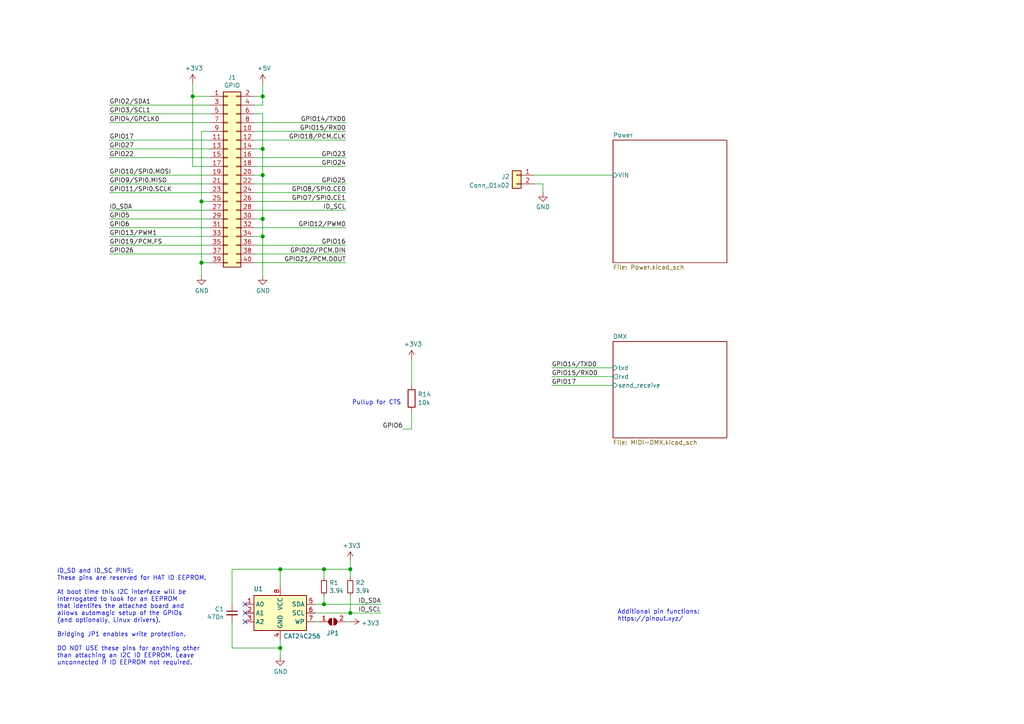
<source format=kicad_sch>
(kicad_sch (version 20231120) (generator "eeschema") (generator_version "8.0")
  (paper "A4")
  (title_block (date "15 nov 2012"))
  (lib_symbols
    (symbol "Connector_Generic:Conn_01x02" (pin_names (offset 1.016) hide)
      (property "Reference" "J" (at 0 2.54 0))
      (property "Value" "Conn_01x02" (at 0 -5.08 0))
      (symbol "Conn_01x02_1_1"
        (rectangle (start -1.27 -2.413) (end 0 -2.667) (stroke (width 0.1524)))
        (rectangle (start -1.27 0.127) (end 0 -0.127) (stroke (width 0.1524)))
        (rectangle (start -1.27 1.27) (end 1.27 -3.81) (stroke (width 0.254)) (fill (type background)))
        (pin passive line (at -5.08 0 0) (length 3.81) (name "Pin_1") (number "1"))
        (pin passive line (at -5.08 -2.54 0) (length 3.81) (name "Pin_2") (number "2"))
      )
    )
    (symbol "Connector_Generic:Conn_02x20_Odd_Even" (pin_names (offset 1.016) hide)
      (property "Reference" "J" (at 1.27 25.4 0))
      (property "Value" "Conn_02x20_Odd_Even" (at 1.27 -27.94 0))
      (symbol "Conn_02x20_Odd_Even_1_1"
        (rectangle (start -1.27 -25.273) (end 0 -25.527) (stroke (width 0.1524)))
        (rectangle (start -1.27 -22.733) (end 0 -22.987) (stroke (width 0.1524)))
        (rectangle (start -1.27 -20.193) (end 0 -20.447) (stroke (width 0.1524)))
        (rectangle (start -1.27 -17.653) (end 0 -17.907) (stroke (width 0.1524)))
        (rectangle (start -1.27 -15.113) (end 0 -15.367) (stroke (width 0.1524)))
        (rectangle (start -1.27 -12.573) (end 0 -12.827) (stroke (width 0.1524)))
        (rectangle (start -1.27 -10.033) (end 0 -10.287) (stroke (width 0.1524)))
        (rectangle (start -1.27 -7.493) (end 0 -7.747) (stroke (width 0.1524)))
        (rectangle (start -1.27 -4.953) (end 0 -5.207) (stroke (width 0.1524)))
        (rectangle (start -1.27 -2.413) (end 0 -2.667) (stroke (width 0.1524)))
        (rectangle (start -1.27 0.127) (end 0 -0.127) (stroke (width 0.1524)))
        (rectangle (start -1.27 2.667) (end 0 2.413) (stroke (width 0.1524)))
        (rectangle (start -1.27 5.207) (end 0 4.953) (stroke (width 0.1524)))
        (rectangle (start -1.27 7.747) (end 0 7.493) (stroke (width 0.1524)))
        (rectangle (start -1.27 10.287) (end 0 10.033) (stroke (width 0.1524)))
        (rectangle (start -1.27 12.827) (end 0 12.573) (stroke (width 0.1524)))
        (rectangle (start -1.27 15.367) (end 0 15.113) (stroke (width 0.1524)))
        (rectangle (start -1.27 17.907) (end 0 17.653) (stroke (width 0.1524)))
        (rectangle (start -1.27 20.447) (end 0 20.193) (stroke (width 0.1524)))
        (rectangle (start -1.27 22.987) (end 0 22.733) (stroke (width 0.1524)))
        (rectangle (start -1.27 24.13) (end 3.81 -26.67) (stroke (width 0.254)) (fill (type background)))
        (rectangle (start 3.81 -25.273) (end 2.54 -25.527) (stroke (width 0.1524)))
        (rectangle (start 3.81 -22.733) (end 2.54 -22.987) (stroke (width 0.1524)))
        (rectangle (start 3.81 -20.193) (end 2.54 -20.447) (stroke (width 0.1524)))
        (rectangle (start 3.81 -17.653) (end 2.54 -17.907) (stroke (width 0.1524)))
        (rectangle (start 3.81 -15.113) (end 2.54 -15.367) (stroke (width 0.1524)))
        (rectangle (start 3.81 -12.573) (end 2.54 -12.827) (stroke (width 0.1524)))
        (rectangle (start 3.81 -10.033) (end 2.54 -10.287) (stroke (width 0.1524)))
        (rectangle (start 3.81 -7.493) (end 2.54 -7.747) (stroke (width 0.1524)))
        (rectangle (start 3.81 -4.953) (end 2.54 -5.207) (stroke (width 0.1524)))
        (rectangle (start 3.81 -2.413) (end 2.54 -2.667) (stroke (width 0.1524)))
        (rectangle (start 3.81 0.127) (end 2.54 -0.127) (stroke (width 0.1524)))
        (rectangle (start 3.81 2.667) (end 2.54 2.413) (stroke (width 0.1524)))
        (rectangle (start 3.81 5.207) (end 2.54 4.953) (stroke (width 0.1524)))
        (rectangle (start 3.81 7.747) (end 2.54 7.493) (stroke (width 0.1524)))
        (rectangle (start 3.81 10.287) (end 2.54 10.033) (stroke (width 0.1524)))
        (rectangle (start 3.81 12.827) (end 2.54 12.573) (stroke (width 0.1524)))
        (rectangle (start 3.81 15.367) (end 2.54 15.113) (stroke (width 0.1524)))
        (rectangle (start 3.81 17.907) (end 2.54 17.653) (stroke (width 0.1524)))
        (rectangle (start 3.81 20.447) (end 2.54 20.193) (stroke (width 0.1524)))
        (rectangle (start 3.81 22.987) (end 2.54 22.733) (stroke (width 0.1524)))
        (pin passive line (at -5.08 22.86 0) (length 3.81) (name "Pin_1") (number "1"))
        (pin passive line (at 7.62 12.7 180) (length 3.81) (name "Pin_10") (number "10"))
        (pin passive line (at -5.08 10.16 0) (length 3.81) (name "Pin_11") (number "11"))
        (pin passive line (at 7.62 10.16 180) (length 3.81) (name "Pin_12") (number "12"))
        (pin passive line (at -5.08 7.62 0) (length 3.81) (name "Pin_13") (number "13"))
        (pin passive line (at 7.62 7.62 180) (length 3.81) (name "Pin_14") (number "14"))
        (pin passive line (at -5.08 5.08 0) (length 3.81) (name "Pin_15") (number "15"))
        (pin passive line (at 7.62 5.08 180) (length 3.81) (name "Pin_16") (number "16"))
        (pin passive line (at -5.08 2.54 0) (length 3.81) (name "Pin_17") (number "17"))
        (pin passive line (at 7.62 2.54 180) (length 3.81) (name "Pin_18") (number "18"))
        (pin passive line (at -5.08 0 0) (length 3.81) (name "Pin_19") (number "19"))
        (pin passive line (at 7.62 22.86 180) (length 3.81) (name "Pin_2") (number "2"))
        (pin passive line (at 7.62 0 180) (length 3.81) (name "Pin_20") (number "20"))
        (pin passive line (at -5.08 -2.54 0) (length 3.81) (name "Pin_21") (number "21"))
        (pin passive line (at 7.62 -2.54 180) (length 3.81) (name "Pin_22") (number "22"))
        (pin passive line (at -5.08 -5.08 0) (length 3.81) (name "Pin_23") (number "23"))
        (pin passive line (at 7.62 -5.08 180) (length 3.81) (name "Pin_24") (number "24"))
        (pin passive line (at -5.08 -7.62 0) (length 3.81) (name "Pin_25") (number "25"))
        (pin passive line (at 7.62 -7.62 180) (length 3.81) (name "Pin_26") (number "26"))
        (pin passive line (at -5.08 -10.16 0) (length 3.81) (name "Pin_27") (number "27"))
        (pin passive line (at 7.62 -10.16 180) (length 3.81) (name "Pin_28") (number "28"))
        (pin passive line (at -5.08 -12.7 0) (length 3.81) (name "Pin_29") (number "29"))
        (pin passive line (at -5.08 20.32 0) (length 3.81) (name "Pin_3") (number "3"))
        (pin passive line (at 7.62 -12.7 180) (length 3.81) (name "Pin_30") (number "30"))
        (pin passive line (at -5.08 -15.24 0) (length 3.81) (name "Pin_31") (number "31"))
        (pin passive line (at 7.62 -15.24 180) (length 3.81) (name "Pin_32") (number "32"))
        (pin passive line (at -5.08 -17.78 0) (length 3.81) (name "Pin_33") (number "33"))
        (pin passive line (at 7.62 -17.78 180) (length 3.81) (name "Pin_34") (number "34"))
        (pin passive line (at -5.08 -20.32 0) (length 3.81) (name "Pin_35") (number "35"))
        (pin passive line (at 7.62 -20.32 180) (length 3.81) (name "Pin_36") (number "36"))
        (pin passive line (at -5.08 -22.86 0) (length 3.81) (name "Pin_37") (number "37"))
        (pin passive line (at 7.62 -22.86 180) (length 3.81) (name "Pin_38") (number "38"))
        (pin passive line (at -5.08 -25.4 0) (length 3.81) (name "Pin_39") (number "39"))
        (pin passive line (at 7.62 20.32 180) (length 3.81) (name "Pin_4") (number "4"))
        (pin passive line (at 7.62 -25.4 180) (length 3.81) (name "Pin_40") (number "40"))
        (pin passive line (at -5.08 17.78 0) (length 3.81) (name "Pin_5") (number "5"))
        (pin passive line (at 7.62 17.78 180) (length 3.81) (name "Pin_6") (number "6"))
        (pin passive line (at -5.08 15.24 0) (length 3.81) (name "Pin_7") (number "7"))
        (pin passive line (at 7.62 15.24 180) (length 3.81) (name "Pin_8") (number "8"))
        (pin passive line (at -5.08 12.7 0) (length 3.81) (name "Pin_9") (number "9"))
      )
    )
    (symbol "Device:C_Small" (pin_numbers hide) (pin_names (offset 0.254) hide)
      (property "Reference" "C" (at 0.254 1.778 0))
      (property "Value" "C_Small" (at 0.254 -2.032 0))
      (symbol "C_Small_0_1"
        (polyline (pts (xy -1.524 -0.508) (xy 1.524 -0.508)) (stroke (width 0.3302)))
        (polyline (pts (xy -1.524 0.508) (xy 1.524 0.508)) (stroke (width 0.3048)))
      )
      (symbol "C_Small_1_1"
        (pin passive line (at 0 2.54 270) (length 2.032) (name "~") (number "1"))
        (pin passive line (at 0 -2.54 90) (length 2.032) (name "~") (number "2"))
      )
    )
    (symbol "Device:R" (pin_numbers hide) (pin_names (offset 0))
      (property "Reference" "R" (at 2.032 0 90))
      (property "Value" "R" (at 0 0 90))
      (symbol "R_0_1"
        (rectangle (start -1.016 -2.54) (end 1.016 2.54) (stroke (width 0.254)))
      )
      (symbol "R_1_1"
        (pin passive line (at 0 3.81 270) (length 1.27) (name "~") (number "1"))
        (pin passive line (at 0 -3.81 90) (length 1.27) (name "~") (number "2"))
      )
    )
    (symbol "Device:R_Small" (pin_numbers hide) (pin_names (offset 0.254) hide)
      (property "Reference" "R" (at 0.762 0.508 0))
      (property "Value" "R_Small" (at 0.762 -1.016 0))
      (symbol "R_Small_0_1"
        (rectangle (start -0.762 1.778) (end 0.762 -1.778) (stroke (width 0.2032)))
      )
      (symbol "R_Small_1_1"
        (pin passive line (at 0 2.54 270) (length 0.762) (name "~") (number "1"))
        (pin passive line (at 0 -2.54 90) (length 0.762) (name "~") (number "2"))
      )
    )
    (symbol "Jumper:SolderJumper_2_Open" (pin_names (offset 0) hide)
      (property "Reference" "JP" (at 0 2.032 0))
      (property "Value" "SolderJumper_2_Open" (at 0 -2.54 0))
      (symbol "SolderJumper_2_Open_0_1"
        (arc (start -0.254 1.016) (mid -1.2656 0) (end -0.254 -1.016))
        (arc (start -0.254 1.016) (mid -1.2656 0) (end -0.254 -1.016) (fill (type outline)))
        (polyline (pts (xy -0.254 1.016) (xy -0.254 -1.016)))
        (polyline (pts (xy 0.254 1.016) (xy 0.254 -1.016)))
        (arc (start 0.254 -1.016) (mid 1.2656 0) (end 0.254 1.016))
        (arc (start 0.254 -1.016) (mid 1.2656 0) (end 0.254 1.016) (fill (type outline)))
      )
      (symbol "SolderJumper_2_Open_1_1"
        (pin passive line (at -3.81 0 0) (length 2.54) (name "A") (number "1"))
        (pin passive line (at 3.81 0 180) (length 2.54) (name "B") (number "2"))
      )
    )
    (symbol "Memory_EEPROM:CAT24C256"
      (property "Reference" "U" (at -6.35 6.35 0))
      (property "Value" "CAT24C256" (at 1.27 6.35 0))
      (symbol "CAT24C256_1_1"
        (rectangle (start -7.62 5.08) (end 7.62 -5.08) (stroke (width 0.254)) (fill (type background)))
        (pin input line (at -10.16 2.54 0) (length 2.54) (name "A0") (number "1"))
        (pin input line (at -10.16 0 0) (length 2.54) (name "A1") (number "2"))
        (pin input line (at -10.16 -2.54 0) (length 2.54) (name "A2") (number "3"))
        (pin power_in line (at 0 -7.62 90) (length 2.54) (name "GND") (number "4"))
        (pin bidirectional line (at 10.16 2.54 180) (length 2.54) (name "SDA") (number "5"))
        (pin input line (at 10.16 0 180) (length 2.54) (name "SCL") (number "6"))
        (pin input line (at 10.16 -2.54 180) (length 2.54) (name "WP") (number "7"))
        (pin power_in line (at 0 7.62 270) (length 2.54) (name "VCC") (number "8"))
      )
    )
    (symbol "power:+3.3V" (power) (pin_numbers hide) (pin_names (offset 0) hide)
      (property "Value" "+3.3V" (at 0 3.556 0))
      (symbol "+3.3V_0_1"
        (polyline (pts (xy -0.762 1.27) (xy 0 2.54)))
        (polyline (pts (xy 0 0) (xy 0 2.54)))
        (polyline (pts (xy 0 2.54) (xy 0.762 1.27)))
      )
      (symbol "+3.3V_1_1"
        (pin power_in line (at 0 0 90) (length 0) (name "~") (number "1"))
      )
    )
    (symbol "power:+5V" (power) (pin_numbers hide) (pin_names (offset 0) hide)
      (property "Value" "+5V" (at 0 3.556 0))
      (symbol "+5V_0_1"
        (polyline (pts (xy -0.762 1.27) (xy 0 2.54)))
        (polyline (pts (xy 0 0) (xy 0 2.54)))
        (polyline (pts (xy 0 2.54) (xy 0.762 1.27)))
      )
      (symbol "+5V_1_1"
        (pin power_in line (at 0 0 90) (length 0) (name "~") (number "1"))
      )
    )
    (symbol "power:GND" (power) (pin_numbers hide) (pin_names (offset 0) hide)
      (property "Value" "GND" (at 0 -3.81 0))
      (symbol "GND_0_1"
        (polyline (pts (xy 0 0) (xy 0 -1.27) (xy 1.27 -1.27) (xy 0 -2.54) (xy -1.27 -1.27) (xy 0 -1.27)))
      )
      (symbol "GND_1_1"
        (pin power_in line (at 0 0 270) (length 0) (name "~") (number "1"))
      )
    )
  )
  (junction (at 93.98 175.26) (diameter 1.016))
  (junction (at 76.2 27.94) (diameter 1.016))
  (junction (at 81.28 187.96) (diameter 1.016))
  (junction (at 76.2 43.18) (diameter 1.016))
  (junction (at 81.28 165.1) (diameter 1.016))
  (junction (at 101.6 165.1) (diameter 1.016))
  (junction (at 58.42 76.2) (diameter 1.016))
  (junction (at 58.42 58.42) (diameter 1.016))
  (junction (at 76.2 68.58) (diameter 1.016))
  (junction (at 76.2 63.5) (diameter 1.016))
  (junction (at 76.2 50.8) (diameter 1.016))
  (junction (at 101.6 177.8) (diameter 1.016))
  (junction (at 55.88 27.94) (diameter 1.016))
  (junction (at 93.98 165.1) (diameter 1.016))
  (no_connect (at 71.12 175.26))
  (no_connect (at 71.12 177.8))
  (no_connect (at 71.12 180.34))
  (wire (pts (xy 58.42 58.42) (xy 58.42 76.2)))
  (wire (pts (xy 73.66 58.42) (xy 100.33 58.42)))
  (wire (pts (xy 60.96 40.64) (xy 31.75 40.64)))
  (wire (pts (xy 81.28 165.1) (xy 93.98 165.1)))
  (wire (pts (xy 101.6 165.1) (xy 93.98 165.1)))
  (wire (pts (xy 101.6 167.64) (xy 101.6 165.1)))
  (wire (pts (xy 154.94 53.34) (xy 157.48 53.34)))
  (wire (pts (xy 76.2 33.02) (xy 76.2 43.18)))
  (wire (pts (xy 76.2 50.8) (xy 73.66 50.8)))
  (wire (pts (xy 76.2 63.5) (xy 76.2 68.58)))
  (wire (pts (xy 76.2 50.8) (xy 76.2 63.5)))
  (wire (pts (xy 73.66 35.56) (xy 100.33 35.56)))
  (wire (pts (xy 58.42 38.1) (xy 58.42 58.42)))
  (wire (pts (xy 91.44 175.26) (xy 93.98 175.26)))
  (wire (pts (xy 93.98 175.26) (xy 110.49 175.26)))
  (wire (pts (xy 154.94 50.8) (xy 177.8 50.8)))
  (wire (pts (xy 58.42 38.1) (xy 60.96 38.1)))
  (wire (pts (xy 91.44 180.34) (xy 92.71 180.34)))
  (wire (pts (xy 100.33 180.34) (xy 101.6 180.34)))
  (wire (pts (xy 73.66 55.88) (xy 100.33 55.88)))
  (wire (pts (xy 60.96 60.96) (xy 31.75 60.96)))
  (wire (pts (xy 31.75 63.5) (xy 60.96 63.5)))
  (wire (pts (xy 58.42 58.42) (xy 60.96 58.42)))
  (wire (pts (xy 101.6 162.56) (xy 101.6 165.1)))
  (wire (pts (xy 73.66 45.72) (xy 100.33 45.72)))
  (wire (pts (xy 160.02 111.76) (xy 177.8 111.76)))
  (wire (pts (xy 81.28 165.1) (xy 81.28 170.18)))
  (wire (pts (xy 160.02 106.68) (xy 177.8 106.68)))
  (wire (pts (xy 119.38 124.46) (xy 119.38 119.38)))
  (wire (pts (xy 73.66 76.2) (xy 100.33 76.2)))
  (wire (pts (xy 58.42 76.2) (xy 58.42 80.01)))
  (wire (pts (xy 31.75 43.18) (xy 60.96 43.18)))
  (wire (pts (xy 101.6 172.72) (xy 101.6 177.8)))
  (wire (pts (xy 55.88 24.13) (xy 55.88 27.94)))
  (wire (pts (xy 76.2 68.58) (xy 73.66 68.58)))
  (wire (pts (xy 31.75 33.02) (xy 60.96 33.02)))
  (wire (pts (xy 31.75 55.88) (xy 60.96 55.88)))
  (wire (pts (xy 55.88 48.26) (xy 60.96 48.26)))
  (wire (pts (xy 60.96 30.48) (xy 31.75 30.48)))
  (wire (pts (xy 76.2 27.94) (xy 76.2 30.48)))
  (wire (pts (xy 76.2 43.18) (xy 76.2 50.8)))
  (wire (pts (xy 73.66 40.64) (xy 100.33 40.64)))
  (wire (pts (xy 76.2 43.18) (xy 73.66 43.18)))
  (wire (pts (xy 76.2 24.13) (xy 76.2 27.94)))
  (wire (pts (xy 31.75 35.56) (xy 60.96 35.56)))
  (wire (pts (xy 93.98 165.1) (xy 93.98 167.64)))
  (wire (pts (xy 76.2 27.94) (xy 73.66 27.94)))
  (wire (pts (xy 55.88 27.94) (xy 55.88 48.26)))
  (wire (pts (xy 73.66 48.26) (xy 100.33 48.26)))
  (wire (pts (xy 73.66 38.1) (xy 100.33 38.1)))
  (wire (pts (xy 160.02 109.22) (xy 177.8 109.22)))
  (wire (pts (xy 93.98 172.72) (xy 93.98 175.26)))
  (wire (pts (xy 91.44 177.8) (xy 101.6 177.8)))
  (wire (pts (xy 101.6 177.8) (xy 110.49 177.8)))
  (wire (pts (xy 31.75 45.72) (xy 60.96 45.72)))
  (wire (pts (xy 31.75 53.34) (xy 60.96 53.34)))
  (wire (pts (xy 116.84 124.46) (xy 119.38 124.46)))
  (wire (pts (xy 31.75 66.04) (xy 60.96 66.04)))
  (wire (pts (xy 76.2 30.48) (xy 73.66 30.48)))
  (wire (pts (xy 31.75 71.12) (xy 60.96 71.12)))
  (wire (pts (xy 73.66 71.12) (xy 100.33 71.12)))
  (wire (pts (xy 73.66 66.04) (xy 100.33 66.04)))
  (wire (pts (xy 58.42 76.2) (xy 60.96 76.2)))
  (wire (pts (xy 73.66 73.66) (xy 100.33 73.66)))
  (wire (pts (xy 157.48 53.34) (xy 157.48 55.88)))
  (wire (pts (xy 76.2 33.02) (xy 73.66 33.02)))
  (wire (pts (xy 31.75 73.66) (xy 60.96 73.66)))
  (wire (pts (xy 67.31 165.1) (xy 67.31 175.26)))
  (wire (pts (xy 67.31 180.34) (xy 67.31 187.96)))
  (wire (pts (xy 67.31 187.96) (xy 81.28 187.96)))
  (wire (pts (xy 81.28 165.1) (xy 67.31 165.1)))
  (wire (pts (xy 81.28 185.42) (xy 81.28 187.96)))
  (wire (pts (xy 81.28 187.96) (xy 81.28 190.5)))
  (wire (pts (xy 76.2 68.58) (xy 76.2 80.01)))
  (wire (pts (xy 73.66 53.34) (xy 100.33 53.34)))
  (wire (pts (xy 60.96 68.58) (xy 31.75 68.58)))
  (wire (pts (xy 76.2 63.5) (xy 73.66 63.5)))
  (wire (pts (xy 55.88 27.94) (xy 60.96 27.94)))
  (wire (pts (xy 119.38 104.14) (xy 119.38 111.76)))
  (wire (pts (xy 60.96 50.8) (xy 31.75 50.8)))
  (wire (pts (xy 73.66 60.96) (xy 100.33 60.96)))
  (text "Additional pin functions:\nhttps://pinout.xyz/" (at 179.07 180.34 0) (effects (font (size 1.27 1.27)) (justify left bottom)))
  (text "ID_SD and ID_SC PINS:\nThese pins are reserved for HAT ID EEPROM.\n\nAt boot time this I2C interface will be\ninterrogated to look for an EEPROM\nthat identifes the attached board and\nallows automagic setup of the GPIOs\n(and optionally, Linux drivers).\n\nBridging JP1 enables write protection.\n\nDO NOT USE these pins for anything other\nthan attaching an I2C ID EEPROM. Leave\nunconnected if ID EEPROM not required." (at 16.51 193.04 0) (effects (font (size 1.27 1.27)) (justify left bottom)))
  (text "Pullup for CTS" (at 109.22 116.84 0) (effects (font (size 1.27 1.27))))
  (label "ID_SDA" (at 31.75 60.96 0))
  (label "GPIO6" (at 31.75 66.04 0))
  (label "ID_SDA" (at 110.49 175.26 180))
  (label "ID_SCL" (at 100.33 60.96 180))
  (label "GPIO5" (at 31.75 63.5 0))
  (label "GPIO21{slash}PCM.DOUT" (at 100.33 76.2 180))
  (label "GPIO19{slash}PCM.FS" (at 31.75 71.12 0))
  (label "GPIO10{slash}SPI0.MOSI" (at 31.75 50.8 0))
  (label "GPIO9{slash}SPI0.MISO" (at 31.75 53.34 0))
  (label "GPIO23" (at 100.33 45.72 180))
  (label "GPIO4{slash}GPCLK0" (at 31.75 35.56 0))
  (label "GPIO27" (at 31.75 43.18 0))
  (label "GPIO6" (at 116.84 124.46 180))
  (label "GPIO14{slash}TXD0" (at 160.02 106.68 0))
  (label "GPIO26" (at 31.75 73.66 0))
  (label "GPIO14{slash}TXD0" (at 100.33 35.56 180))
  (label "GPIO8{slash}SPI0.CE0" (at 100.33 55.88 180))
  (label "GPIO15{slash}RXD0" (at 100.33 38.1 180))
  (label "GPIO16" (at 100.33 71.12 180))
  (label "GPIO15{slash}RXD0" (at 160.02 109.22 0))
  (label "GPIO17" (at 160.02 111.76 0))
  (label "GPIO22" (at 31.75 45.72 0))
  (label "GPIO2{slash}SDA1" (at 31.75 30.48 0))
  (label "GPIO17" (at 31.75 40.64 0))
  (label "GPIO25" (at 100.33 53.34 180))
  (label "GPIO3{slash}SCL1" (at 31.75 33.02 0))
  (label "GPIO18{slash}PCM.CLK" (at 100.33 40.64 180))
  (label "GPIO12{slash}PWM0" (at 100.33 66.04 180))
  (label "GPIO13{slash}PWM1" (at 31.75 68.58 0))
  (label "GPIO20{slash}PCM.DIN" (at 100.33 73.66 180))
  (label "GPIO24" (at 100.33 48.26 180))
  (label "GPIO7{slash}SPI0.CE1" (at 100.33 58.42 180))
  (label "ID_SCL" (at 110.49 177.8 180))
  (label "GPIO11{slash}SPI0.SCLK" (at 31.75 55.88 0))
  (symbol (lib_id "power:+5V") (at 76.2 24.13 0) (unit 1)
    (property "Reference" "#PWR03" (effects (hide yes)))
    (property "Value" "+5V" (at 76.5683 19.8056 0))
    (property "Description" "Power symbol creates a global label with name \"+5V\"" (effects (hide yes)))
  )
  (symbol (lib_id "power:+3.3V") (at 55.88 24.13 0) (unit 1)
    (property "Reference" "#PWR01" (effects (hide yes)))
    (property "Value" "+3V3" (at 56.2483 19.8056 0))
    (property "Description" "Power symbol creates a global label with name \"+3.3V\"" (effects (hide yes)))
  )
  (symbol (lib_id "power:GND") (at 76.2 80.01 0) (unit 1)
    (property "Reference" "#PWR04" (effects (hide yes)))
    (property "Value" "GND" (at 76.3143 84.3344 0))
    (property "Description" "Power symbol creates a global label with name \"GND\" , ground" (effects (hide yes)))
  )
  (symbol (lib_id "power:GND") (at 58.42 80.01 0) (unit 1)
    (property "Reference" "#PWR02" (effects (hide yes)))
    (property "Value" "GND" (at 58.5343 84.3344 0))
    (property "Description" "Power symbol creates a global label with name \"GND\" , ground" (effects (hide yes)))
  )
  (symbol (lib_id "Connector_Generic:Conn_02x20_Odd_Even") (at 66.04 50.8 0) (unit 1)
    (property "Reference" "J1" (at 67.31 22.4598 0))
    (property "Value" "GPIO" (at 67.31 24.765 0))
    (property "Footprint" "Connector_PinSocket_2.54mm:PinSocket_2x20_P2.54mm_Vertical" (effects (hide yes)))
  )
  (symbol (lib_id "Device:C_Small") (at 67.31 177.8 0) (unit 1)
    (property "Reference" "C1" (at 64.9858 176.6506 0) (effects (justify right)))
    (property "Value" "470n" (at 64.9858 178.9493 0) (effects (justify right)))
    (property "Footprint" "Capacitor_SMD:C_0402_1005Metric" (effects (hide yes)))
    (property "LCSC" "C307331" (effects (hide yes)))
  )
  (symbol (lib_id "Device:R_Small") (at 93.98 170.18 0) (unit 1)
    (property "Reference" "R1" (at 95.4786 169.037 0) (effects (justify left)))
    (property "Value" "3.9k" (at 95.4787 171.3293 0) (effects (justify left)))
    (property "Footprint" "Resistor_SMD:R_0603_1608Metric" (effects (hide yes)))
    (property "LCSC" "C23018" (effects (hide yes)))
  )
  (symbol (lib_id "Jumper:SolderJumper_2_Open") (at 96.52 180.34 0) (unit 1)
    (property "Reference" "JP1" (at 96.52 183.623 0))
    (property "Value" "ID_WP" (effects (hide yes)))
    (property "Footprint" "Jumper:SolderJumper-2_P1.3mm_Open_TrianglePad1.0x1.5mm" (effects (hide yes)))
  )
  (symbol (lib_id "Device:R_Small") (at 101.6 170.18 0) (unit 1)
    (property "Reference" "R2" (at 103.0986 169.037 0) (effects (justify left)))
    (property "Value" "3.9k" (at 103.0987 171.3293 0) (effects (justify left)))
    (property "Footprint" "Resistor_SMD:R_0603_1608Metric" (effects (hide yes)))
    (property "LCSC" "C23018" (effects (hide yes)))
  )
  (symbol (lib_id "power:+3.3V") (at 101.6 162.56 0) (unit 1)
    (property "Reference" "#PWR06" (effects (hide yes)))
    (property "Value" "+3V3" (at 101.9683 158.2356 0))
    (property "Description" "Power symbol creates a global label with name \"+3.3V\"" (effects (hide yes)))
  )
  (symbol (lib_id "Memory_EEPROM:CAT24C256") (at 81.28 177.8 0) (unit 1)
    (property "Reference" "U1" (at 74.93 170.7958 0))
    (property "Value" "CAT24C256" (at 87.63 184.5245 0))
    (property "Footprint" "Package_DFN_QFN:DFN-8-1EP_3x2mm_P0.5mm_EP1.3x1.5mm" (effects (hide yes)))
    (property "Datasheet" "https://www.onsemi.cn/PowerSolutions/document/CAT24C256-D.PDF" (effects (hide yes)))
    (property "LCSC" "C233771" (effects (hide yes)))
  )
  (symbol (lib_id "Device:R") (at 119.38 115.57 180) (unit 1)
    (property "Reference" "R14" (at 121.158 114.3578 0) (effects (justify right)))
    (property "Value" "10k" (at 121.158 116.7821 0) (effects (justify right)))
    (property "Footprint" "Resistor_SMD:R_0402_1005Metric" (effects (hide yes)))
    (property "Description" "Resistor" (effects (hide yes)))
    (property "LCSC" "C25744" (effects (hide yes)))
  )
  (symbol (lib_id "power:+3.3V") (at 119.38 104.14 0) (unit 1)
    (property "Reference" "#PWR031" (effects (hide yes)))
    (property "Value" "+3V3" (at 119.7483 99.8156 0))
    (property "Description" "Power symbol creates a global label with name \"+3.3V\"" (effects (hide yes)))
  )
  (symbol (lib_id "power:GND") (at 81.28 190.5 0) (unit 1)
    (property "Reference" "#PWR05" (effects (hide yes)))
    (property "Value" "GND" (at 81.3943 194.8244 0))
    (property "Description" "Power symbol creates a global label with name \"GND\" , ground" (effects (hide yes)))
  )
  (symbol (lib_id "power:+3.3V") (at 101.6 180.34 270) (unit 1)
    (property "Reference" "#PWR07" (effects (hide yes)))
    (property "Value" "+3V3" (at 104.7751 180.7083 90) (effects (justify left)))
    (property "Description" "Power symbol creates a global label with name \"+3.3V\"" (effects (hide yes)))
  )
  (symbol (lib_id "Connector_Generic:Conn_01x02") (at 149.86 50.8 0) (mirror y) (unit 1)
    (property "Reference" "J2" (at 147.828 51.2353 0) (effects (justify left)))
    (property "Value" "Conn_01x02" (at 147.828 53.7722 0) (effects (justify left)))
    (property "Footprint" "Connector_Phoenix_MC:PhoenixContact_MC_1,5_2-G-3.81_1x02_P3.81mm_Horizontal" (effects (hide yes)))
  )
  (symbol (lib_id "power:GND") (at 157.48 55.88 0) (unit 1)
    (property "Reference" "#PWR08" (effects (hide yes)))
    (property "Value" "GND" (at 157.48 60.0131 0))
    (property "Description" "Power symbol creates a global label with name \"GND\" , ground" (effects (hide yes)))
  )
  (sheet (at 177.8 40.64) (size 33.02 35.56) (stroke (width 0.1524))
    (property "Sheetname" "Power" (at 177.8 39.9284 0) (effects (justify left bottom)))
    (property "Sheetfile" "Power.kicad_sch" (at 177.8 76.7846 0) (effects (justify left top)))
    (pin "VIN" input (at 177.8 50.8 180))
  )
  (sheet (at 177.8 99.06) (size 33.02 27.94) (stroke (width 0.1524))
    (property "Sheetname" "DMX" (at 177.8 98.3484 0) (effects (justify left bottom)))
    (property "Sheetfile" "MIDI-DMX.kicad_sch" (at 177.8 127.5846 0) (effects (justify left top)))
    (pin "txd" input (at 177.8 106.68 180))
    (pin "rxd" output (at 177.8 109.22 180))
    (pin "send_receive" input (at 177.8 111.76 180))
  )
)
</source>
